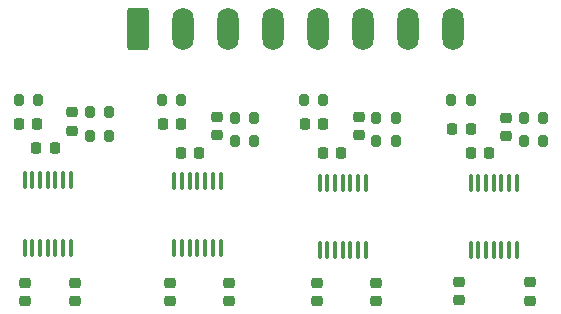
<source format=gbr>
%TF.GenerationSoftware,KiCad,Pcbnew,9.0.6*%
%TF.CreationDate,2025-11-17T15:03:07+03:00*%
%TF.ProjectId,TempControl4ch,54656d70-436f-46e7-9472-6f6c3463682e,rev?*%
%TF.SameCoordinates,Original*%
%TF.FileFunction,Soldermask,Top*%
%TF.FilePolarity,Negative*%
%FSLAX46Y46*%
G04 Gerber Fmt 4.6, Leading zero omitted, Abs format (unit mm)*
G04 Created by KiCad (PCBNEW 9.0.6) date 2025-11-17 15:03:07*
%MOMM*%
%LPD*%
G01*
G04 APERTURE LIST*
G04 Aperture macros list*
%AMRoundRect*
0 Rectangle with rounded corners*
0 $1 Rounding radius*
0 $2 $3 $4 $5 $6 $7 $8 $9 X,Y pos of 4 corners*
0 Add a 4 corners polygon primitive as box body*
4,1,4,$2,$3,$4,$5,$6,$7,$8,$9,$2,$3,0*
0 Add four circle primitives for the rounded corners*
1,1,$1+$1,$2,$3*
1,1,$1+$1,$4,$5*
1,1,$1+$1,$6,$7*
1,1,$1+$1,$8,$9*
0 Add four rect primitives between the rounded corners*
20,1,$1+$1,$2,$3,$4,$5,0*
20,1,$1+$1,$4,$5,$6,$7,0*
20,1,$1+$1,$6,$7,$8,$9,0*
20,1,$1+$1,$8,$9,$2,$3,0*%
G04 Aperture macros list end*
%ADD10RoundRect,0.100000X-0.100000X0.637500X-0.100000X-0.637500X0.100000X-0.637500X0.100000X0.637500X0*%
%ADD11RoundRect,0.200000X0.200000X0.275000X-0.200000X0.275000X-0.200000X-0.275000X0.200000X-0.275000X0*%
%ADD12RoundRect,0.225000X0.250000X-0.225000X0.250000X0.225000X-0.250000X0.225000X-0.250000X-0.225000X0*%
%ADD13RoundRect,0.225000X-0.225000X-0.250000X0.225000X-0.250000X0.225000X0.250000X-0.225000X0.250000X0*%
%ADD14RoundRect,0.225000X0.225000X0.250000X-0.225000X0.250000X-0.225000X-0.250000X0.225000X-0.250000X0*%
%ADD15RoundRect,0.250000X-0.650000X-1.550000X0.650000X-1.550000X0.650000X1.550000X-0.650000X1.550000X0*%
%ADD16O,1.800000X3.600000*%
G04 APERTURE END LIST*
D10*
%TO.C,U4*%
X162400000Y-77000000D03*
X161750000Y-77000000D03*
X161100000Y-77000000D03*
X160450000Y-77000000D03*
X159800000Y-77000000D03*
X159150000Y-77000000D03*
X158500000Y-77000000D03*
X158500000Y-82725000D03*
X159150000Y-82725000D03*
X159800000Y-82725000D03*
X160450000Y-82725000D03*
X161100000Y-82725000D03*
X161750000Y-82725000D03*
X162400000Y-82725000D03*
%TD*%
%TO.C,U3*%
X149600000Y-77000000D03*
X148950000Y-77000000D03*
X148300000Y-77000000D03*
X147650000Y-77000000D03*
X147000000Y-77000000D03*
X146350000Y-77000000D03*
X145700000Y-77000000D03*
X145700000Y-82725000D03*
X146350000Y-82725000D03*
X147000000Y-82725000D03*
X147650000Y-82725000D03*
X148300000Y-82725000D03*
X148950000Y-82725000D03*
X149600000Y-82725000D03*
%TD*%
%TO.C,U2*%
X137312500Y-76837500D03*
X136662500Y-76837500D03*
X136012500Y-76837500D03*
X135362500Y-76837500D03*
X134712500Y-76837500D03*
X134062500Y-76837500D03*
X133412500Y-76837500D03*
X133412500Y-82562500D03*
X134062500Y-82562500D03*
X134712500Y-82562500D03*
X135362500Y-82562500D03*
X136012500Y-82562500D03*
X136662500Y-82562500D03*
X137312500Y-82562500D03*
%TD*%
D11*
%TO.C,R12*%
X164650000Y-73500000D03*
X163000000Y-73500000D03*
%TD*%
%TO.C,R11*%
X164650000Y-71500000D03*
X163000000Y-71500000D03*
%TD*%
%TO.C,R10*%
X158500000Y-70000000D03*
X156850000Y-70000000D03*
%TD*%
%TO.C,R9*%
X152150000Y-73500000D03*
X150500000Y-73500000D03*
%TD*%
%TO.C,R8*%
X152150000Y-71500000D03*
X150500000Y-71500000D03*
%TD*%
%TO.C,R7*%
X146000000Y-70000000D03*
X144350000Y-70000000D03*
%TD*%
%TO.C,R6*%
X140150000Y-73500000D03*
X138500000Y-73500000D03*
%TD*%
%TO.C,R5*%
X140150000Y-71500000D03*
X138500000Y-71500000D03*
%TD*%
%TO.C,R4*%
X134000000Y-70000000D03*
X132350000Y-70000000D03*
%TD*%
D12*
%TO.C,C20*%
X163500000Y-87000000D03*
X163500000Y-85450000D03*
%TD*%
%TO.C,C19*%
X157500000Y-86955000D03*
X157500000Y-85405000D03*
%TD*%
%TO.C,C18*%
X161500000Y-73050000D03*
X161500000Y-71500000D03*
%TD*%
D13*
%TO.C,C17*%
X158500000Y-74500000D03*
X160050000Y-74500000D03*
%TD*%
D14*
%TO.C,C16*%
X158500000Y-72500000D03*
X156950000Y-72500000D03*
%TD*%
D12*
%TO.C,C15*%
X150500000Y-87045000D03*
X150500000Y-85495000D03*
%TD*%
%TO.C,C14*%
X145500000Y-87045000D03*
X145500000Y-85495000D03*
%TD*%
%TO.C,C13*%
X149000000Y-73000000D03*
X149000000Y-71450000D03*
%TD*%
D13*
%TO.C,C12*%
X146000000Y-74500000D03*
X147550000Y-74500000D03*
%TD*%
D14*
%TO.C,C11*%
X146000000Y-72000000D03*
X144450000Y-72000000D03*
%TD*%
D12*
%TO.C,C10*%
X138000000Y-87045000D03*
X138000000Y-85495000D03*
%TD*%
%TO.C,C9*%
X133000000Y-87045000D03*
X133000000Y-85495000D03*
%TD*%
%TO.C,C8*%
X137000000Y-73000000D03*
X137000000Y-71450000D03*
%TD*%
D13*
%TO.C,C7*%
X133950000Y-74500000D03*
X135500000Y-74500000D03*
%TD*%
D14*
%TO.C,C6*%
X134000000Y-72000000D03*
X132450000Y-72000000D03*
%TD*%
D10*
%TO.C,U1*%
X124625000Y-76825000D03*
X123975000Y-76825000D03*
X123325000Y-76825000D03*
X122675000Y-76825000D03*
X122025000Y-76825000D03*
X121375000Y-76825000D03*
X120725000Y-76825000D03*
X120725000Y-82550000D03*
X121375000Y-82550000D03*
X122025000Y-82550000D03*
X122675000Y-82550000D03*
X123325000Y-82550000D03*
X123975000Y-82550000D03*
X124625000Y-82550000D03*
%TD*%
D11*
%TO.C,R3*%
X121875000Y-70050000D03*
X120225000Y-70050000D03*
%TD*%
%TO.C,R2*%
X127875000Y-71050000D03*
X126225000Y-71050000D03*
%TD*%
%TO.C,R1*%
X127875000Y-73050000D03*
X126225000Y-73050000D03*
%TD*%
D15*
%TO.C,J1*%
X130330000Y-64000000D03*
D16*
X134140000Y-64000000D03*
X137950000Y-64000000D03*
X141760000Y-64000000D03*
X145570000Y-64000000D03*
X149380000Y-64000000D03*
X153190000Y-64000000D03*
X157000000Y-64000000D03*
%TD*%
D12*
%TO.C,C5*%
X125000000Y-87045000D03*
X125000000Y-85495000D03*
%TD*%
%TO.C,C4*%
X120725000Y-87045000D03*
X120725000Y-85495000D03*
%TD*%
D14*
%TO.C,C3*%
X121775000Y-72050000D03*
X120225000Y-72050000D03*
%TD*%
D12*
%TO.C,C2*%
X124725000Y-72600000D03*
X124725000Y-71050000D03*
%TD*%
D13*
%TO.C,C1*%
X121725000Y-74050000D03*
X123275000Y-74050000D03*
%TD*%
M02*

</source>
